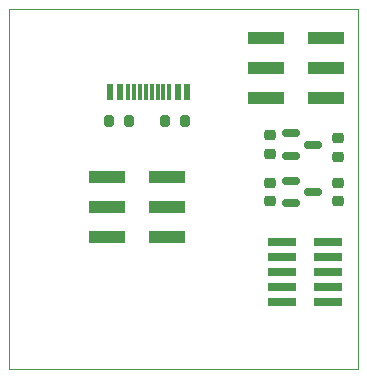
<source format=gbr>
G04 #@! TF.GenerationSoftware,KiCad,Pcbnew,(6.99.0-1917-g23fb4c7433)*
G04 #@! TF.CreationDate,2022-06-18T14:57:07+10:00*
G04 #@! TF.ProjectId,JtagArm20Adapter,4a746167-4172-46d3-9230-416461707465,rev?*
G04 #@! TF.SameCoordinates,PX8404630PY68290a0*
G04 #@! TF.FileFunction,Paste,Top*
G04 #@! TF.FilePolarity,Positive*
%FSLAX46Y46*%
G04 Gerber Fmt 4.6, Leading zero omitted, Abs format (unit mm)*
G04 Created by KiCad (PCBNEW (6.99.0-1917-g23fb4c7433)) date 2022-06-18 14:57:07*
%MOMM*%
%LPD*%
G01*
G04 APERTURE LIST*
G04 Aperture macros list*
%AMRoundRect*
0 Rectangle with rounded corners*
0 $1 Rounding radius*
0 $2 $3 $4 $5 $6 $7 $8 $9 X,Y pos of 4 corners*
0 Add a 4 corners polygon primitive as box body*
4,1,4,$2,$3,$4,$5,$6,$7,$8,$9,$2,$3,0*
0 Add four circle primitives for the rounded corners*
1,1,$1+$1,$2,$3*
1,1,$1+$1,$4,$5*
1,1,$1+$1,$6,$7*
1,1,$1+$1,$8,$9*
0 Add four rect primitives between the rounded corners*
20,1,$1+$1,$2,$3,$4,$5,0*
20,1,$1+$1,$4,$5,$6,$7,0*
20,1,$1+$1,$6,$7,$8,$9,0*
20,1,$1+$1,$8,$9,$2,$3,0*%
G04 Aperture macros list end*
%ADD10R,2.400000X0.740000*%
%ADD11RoundRect,0.225000X0.250000X-0.225000X0.250000X0.225000X-0.250000X0.225000X-0.250000X-0.225000X0*%
%ADD12RoundRect,0.200000X-0.200000X-0.275000X0.200000X-0.275000X0.200000X0.275000X-0.200000X0.275000X0*%
%ADD13RoundRect,0.200000X0.200000X0.275000X-0.200000X0.275000X-0.200000X-0.275000X0.200000X-0.275000X0*%
%ADD14R,3.150000X1.000000*%
%ADD15RoundRect,0.150000X-0.587500X-0.150000X0.587500X-0.150000X0.587500X0.150000X-0.587500X0.150000X0*%
%ADD16RoundRect,0.225000X-0.250000X0.225000X-0.250000X-0.225000X0.250000X-0.225000X0.250000X0.225000X0*%
%ADD17R,0.600000X1.450000*%
%ADD18R,0.300000X1.450000*%
G04 #@! TA.AperFunction,Profile*
%ADD19C,0.050000*%
G04 #@! TD*
G04 APERTURE END LIST*
D10*
X27019999Y5679999D03*
X23119999Y5679999D03*
X27019999Y6949999D03*
X23119999Y6949999D03*
X27019999Y8219999D03*
X23119999Y8219999D03*
X27019999Y9489999D03*
X23119999Y9489999D03*
X27019999Y10759999D03*
X23119999Y10759999D03*
D11*
X22070000Y14195000D03*
X22070000Y15745000D03*
D12*
X8495000Y20970000D03*
X10145000Y20970000D03*
D13*
X14895000Y20970000D03*
X13245000Y20970000D03*
D14*
X13344999Y11179999D03*
X8294999Y11179999D03*
X13344999Y13719999D03*
X8294999Y13719999D03*
X13344999Y16259999D03*
X8294999Y16259999D03*
D15*
X23882500Y19920000D03*
X23882500Y18020000D03*
X25757500Y18970000D03*
D14*
X26844999Y22929999D03*
X21794999Y22929999D03*
X26844999Y25469999D03*
X21794999Y25469999D03*
X26844999Y28009999D03*
X21794999Y28009999D03*
D16*
X27820000Y19495000D03*
X27820000Y17945000D03*
D11*
X27820000Y14195000D03*
X27820000Y15745000D03*
D17*
X15069999Y23424999D03*
X14269999Y23424999D03*
D18*
X13069999Y23424999D03*
X12069999Y23424999D03*
X11569999Y23424999D03*
X10569999Y23424999D03*
D17*
X9369999Y23424999D03*
X8569999Y23424999D03*
X8569999Y23424999D03*
X9369999Y23424999D03*
D18*
X10069999Y23424999D03*
X11069999Y23424999D03*
X12569999Y23424999D03*
X13569999Y23424999D03*
D17*
X14269999Y23424999D03*
X15069999Y23424999D03*
D15*
X23882500Y15920000D03*
X23882500Y14020000D03*
X25757500Y14970000D03*
D11*
X22070000Y18195000D03*
X22070000Y19745000D03*
D19*
X0Y0D02*
X0Y30480000D01*
X29570000Y30480000D02*
X29570000Y0D01*
X0Y30480000D02*
X29570000Y30480000D01*
X29570000Y0D02*
X0Y0D01*
M02*

</source>
